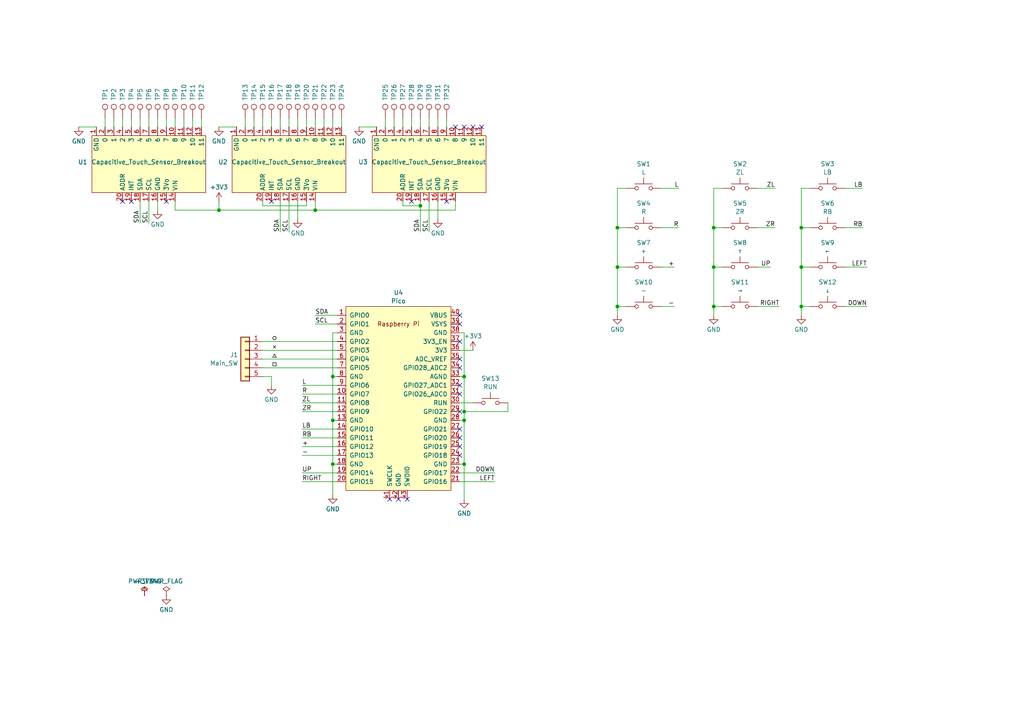
<source format=kicad_sch>
(kicad_sch (version 20230121) (generator eeschema)
  (paper "A4")
  (lib_symbols
    (symbol "Adafruit_12-Key_Capacitive_Touch_Sensor_Breakout_1"
      (property "Reference" "U" (at -1.27 8.89 0))
      (property "Value" "Adafruit_12-Key_Capacitive_Touch_Sensor_Breakout" (at 16.51 27.94 0))
      (symbol "Adafruit_12-Key_Capacitive_Touch_Sensor_Breakout_1_0_1"
        (rectangle (start 0 16.51) (end 33.02 0) (stroke (width 0.1524)) (fill (type background)))
      )
      (symbol "Adafruit_12-Key_Capacitive_Touch_Sensor_Breakout_1_1_1"
        (pin power_in line (at 31.75 19.05 270) (length 2.54) (name "GND") (number "1"))
        (pin input line (at 8.89 19.05 270) (length 2.54) (name "8") (number "10"))
        (pin input line (at 6.35 19.05 270) (length 2.54) (name "9") (number "11"))
        (pin input line (at 3.81 19.05 270) (length 2.54) (name "10") (number "12"))
        (pin input line (at 1.27 19.05 270) (length 2.54) (name "11") (number "13"))
        (pin power_in line (at 8.89 -2.54 90) (length 2.54) (name "VIN") (number "14"))
        (pin power_out line (at 11.43 -2.54 90) (length 2.54) (name "3Vo") (number "15"))
        (pin power_in line (at 13.97 -2.54 90) (length 2.54) (name "GND") (number "16"))
        (pin input line (at 16.51 -2.54 90) (length 2.54) (name "SCL") (number "17"))
        (pin input line (at 19.05 -2.54 90) (length 2.54) (name "SDA") (number "18"))
        (pin input line (at 21.59 -2.54 90) (length 2.54) (name "INT") (number "19"))
        (pin input line (at 29.21 19.05 270) (length 2.54) (name "0") (number "2"))
        (pin input line (at 24.13 -2.54 90) (length 2.54) (name "ADDR") (number "20"))
        (pin input line (at 26.67 19.05 270) (length 2.54) (name "1") (number "3"))
        (pin input line (at 24.13 19.05 270) (length 2.54) (name "2") (number "4"))
        (pin input line (at 21.59 19.05 270) (length 2.54) (name "3") (number "5"))
        (pin input line (at 19.05 19.05 270) (length 2.54) (name "4") (number "6"))
        (pin input line (at 16.51 19.05 270) (length 2.54) (name "5") (number "7"))
        (pin input line (at 13.97 19.05 270) (length 2.54) (name "6") (number "8"))
        (pin input line (at 11.43 19.05 270) (length 2.54) (name "7") (number "9"))
      )
    )
    (symbol "Adafruit_12-Key_Capacitive_Touch_Sensor_Breakout_2"
      (property "Reference" "U" (at -1.27 8.89 0))
      (property "Value" "Adafruit_12-Key_Capacitive_Touch_Sensor_Breakout" (at 16.51 27.94 0))
      (symbol "Adafruit_12-Key_Capacitive_Touch_Sensor_Breakout_2_0_1"
        (rectangle (start 0 16.51) (end 33.02 0) (stroke (width 0.1524)) (fill (type background)))
      )
      (symbol "Adafruit_12-Key_Capacitive_Touch_Sensor_Breakout_2_1_1"
        (pin power_in line (at 31.75 19.05 270) (length 2.54) (name "GND") (number "1"))
        (pin input line (at 8.89 19.05 270) (length 2.54) (name "8") (number "10"))
        (pin input line (at 6.35 19.05 270) (length 2.54) (name "9") (number "11"))
        (pin input line (at 3.81 19.05 270) (length 2.54) (name "10") (number "12"))
        (pin input line (at 1.27 19.05 270) (length 2.54) (name "11") (number "13"))
        (pin power_in line (at 8.89 -2.54 90) (length 2.54) (name "VIN") (number "14"))
        (pin power_out line (at 11.43 -2.54 90) (length 2.54) (name "3Vo") (number "15"))
        (pin power_in line (at 13.97 -2.54 90) (length 2.54) (name "GND") (number "16"))
        (pin input line (at 16.51 -2.54 90) (length 2.54) (name "SCL") (number "17"))
        (pin input line (at 19.05 -2.54 90) (length 2.54) (name "SDA") (number "18"))
        (pin input line (at 21.59 -2.54 90) (length 2.54) (name "INT") (number "19"))
        (pin input line (at 29.21 19.05 270) (length 2.54) (name "0") (number "2"))
        (pin input line (at 24.13 -2.54 90) (length 2.54) (name "ADDR") (number "20"))
        (pin input line (at 26.67 19.05 270) (length 2.54) (name "1") (number "3"))
        (pin input line (at 24.13 19.05 270) (length 2.54) (name "2") (number "4"))
        (pin input line (at 21.59 19.05 270) (length 2.54) (name "3") (number "5"))
        (pin input line (at 19.05 19.05 270) (length 2.54) (name "4") (number "6"))
        (pin input line (at 16.51 19.05 270) (length 2.54) (name "5") (number "7"))
        (pin input line (at 13.97 19.05 270) (length 2.54) (name "6") (number "8"))
        (pin input line (at 11.43 19.05 270) (length 2.54) (name "7") (number "9"))
      )
    )
    (symbol "Connector:TestPoint" (pin_numbers hide) (pin_names (offset 0.762) hide)
      (property "Reference" "TP" (at 0 6.858 0))
      (property "Value" "TestPoint" (at 0 5.08 0))
      (symbol "TestPoint_0_1"
        (circle (center 0 3.302) (radius 0.762))
      )
      (symbol "TestPoint_1_1"
        (pin passive line (at 0 0 90) (length 2.54) (name "1") (number "1"))
      )
    )
    (symbol "Connector_Generic:Conn_01x05" (pin_names (offset 1.016) hide)
      (property "Reference" "J" (at 0 7.62 0))
      (property "Value" "Conn_01x05" (at 0 -7.62 0))
      (symbol "Conn_01x05_1_1"
        (rectangle (start -1.27 -4.953) (end 0 -5.207) (stroke (width 0.1524)))
        (rectangle (start -1.27 -2.413) (end 0 -2.667) (stroke (width 0.1524)))
        (rectangle (start -1.27 0.127) (end 0 -0.127) (stroke (width 0.1524)))
        (rectangle (start -1.27 2.667) (end 0 2.413) (stroke (width 0.1524)))
        (rectangle (start -1.27 5.207) (end 0 4.953) (stroke (width 0.1524)))
        (rectangle (start -1.27 6.35) (end 1.27 -6.35) (stroke (width 0.254)) (fill (type background)))
        (pin passive line (at -5.08 5.08 0) (length 3.81) (name "Pin_1") (number "1"))
        (pin passive line (at -5.08 2.54 0) (length 3.81) (name "Pin_2") (number "2"))
        (pin passive line (at -5.08 0 0) (length 3.81) (name "Pin_3") (number "3"))
        (pin passive line (at -5.08 -2.54 0) (length 3.81) (name "Pin_4") (number "4"))
        (pin passive line (at -5.08 -5.08 0) (length 3.81) (name "Pin_5") (number "5"))
      )
    )
    (symbol "RPi_Pico:Pico" (pin_names (offset 1.016))
      (property "Reference" "U" (at -13.97 27.94 0))
      (property "Value" "Pico" (at 0 19.05 0))
      (symbol "Pico_0_0"
        (text "Raspberry Pi" (at 0 21.59 0) (effects (font (size 1.27 1.27))))
      )
      (symbol "Pico_0_1"
        (rectangle (start -15.24 26.67) (end 15.24 -26.67) (fill (type background)))
      )
      (symbol "Pico_1_1"
        (pin bidirectional line (at -17.78 24.13 0) (length 2.54) (name "GPIO0") (number "1"))
        (pin bidirectional line (at -17.78 1.27 0) (length 2.54) (name "GPIO7") (number "10"))
        (pin bidirectional line (at -17.78 -1.27 0) (length 2.54) (name "GPIO8") (number "11"))
        (pin bidirectional line (at -17.78 -3.81 0) (length 2.54) (name "GPIO9") (number "12"))
        (pin power_in line (at -17.78 -6.35 0) (length 2.54) (name "GND") (number "13"))
        (pin bidirectional line (at -17.78 -8.89 0) (length 2.54) (name "GPIO10") (number "14"))
        (pin bidirectional line (at -17.78 -11.43 0) (length 2.54) (name "GPIO11") (number "15"))
        (pin bidirectional line (at -17.78 -13.97 0) (length 2.54) (name "GPIO12") (number "16"))
        (pin bidirectional line (at -17.78 -16.51 0) (length 2.54) (name "GPIO13") (number "17"))
        (pin power_in line (at -17.78 -19.05 0) (length 2.54) (name "GND") (number "18"))
        (pin bidirectional line (at -17.78 -21.59 0) (length 2.54) (name "GPIO14") (number "19"))
        (pin bidirectional line (at -17.78 21.59 0) (length 2.54) (name "GPIO1") (number "2"))
        (pin bidirectional line (at -17.78 -24.13 0) (length 2.54) (name "GPIO15") (number "20"))
        (pin bidirectional line (at 17.78 -24.13 180) (length 2.54) (name "GPIO16") (number "21"))
        (pin bidirectional line (at 17.78 -21.59 180) (length 2.54) (name "GPIO17") (number "22"))
        (pin power_in line (at 17.78 -19.05 180) (length 2.54) (name "GND") (number "23"))
        (pin bidirectional line (at 17.78 -16.51 180) (length 2.54) (name "GPIO18") (number "24"))
        (pin bidirectional line (at 17.78 -13.97 180) (length 2.54) (name "GPIO19") (number "25"))
        (pin bidirectional line (at 17.78 -11.43 180) (length 2.54) (name "GPIO20") (number "26"))
        (pin bidirectional line (at 17.78 -8.89 180) (length 2.54) (name "GPIO21") (number "27"))
        (pin power_in line (at 17.78 -6.35 180) (length 2.54) (name "GND") (number "28"))
        (pin bidirectional line (at 17.78 -3.81 180) (length 2.54) (name "GPIO22") (number "29"))
        (pin power_in line (at -17.78 19.05 0) (length 2.54) (name "GND") (number "3"))
        (pin input line (at 17.78 -1.27 180) (length 2.54) (name "RUN") (number "30"))
        (pin bidirectional line (at 17.78 1.27 180) (length 2.54) (name "GPIO26_ADC0") (number "31"))
        (pin bidirectional line (at 17.78 3.81 180) (length 2.54) (name "GPIO27_ADC1") (number "32"))
        (pin power_in line (at 17.78 6.35 180) (length 2.54) (name "AGND") (number "33"))
        (pin bidirectional line (at 17.78 8.89 180) (length 2.54) (name "GPIO28_ADC2") (number "34"))
        (pin unspecified line (at 17.78 11.43 180) (length 2.54) (name "ADC_VREF") (number "35"))
        (pin unspecified line (at 17.78 13.97 180) (length 2.54) (name "3V3") (number "36"))
        (pin input line (at 17.78 16.51 180) (length 2.54) (name "3V3_EN") (number "37"))
        (pin bidirectional line (at 17.78 19.05 180) (length 2.54) (name "GND") (number "38"))
        (pin unspecified line (at 17.78 21.59 180) (length 2.54) (name "VSYS") (number "39"))
        (pin bidirectional line (at -17.78 16.51 0) (length 2.54) (name "GPIO2") (number "4"))
        (pin unspecified line (at 17.78 24.13 180) (length 2.54) (name "VBUS") (number "40"))
        (pin input line (at -2.54 -29.21 90) (length 2.54) (name "SWCLK") (number "41"))
        (pin power_in line (at 0 -29.21 90) (length 2.54) (name "GND") (number "42"))
        (pin bidirectional line (at 2.54 -29.21 90) (length 2.54) (name "SWDIO") (number "43"))
        (pin bidirectional line (at -17.78 13.97 0) (length 2.54) (name "GPIO3") (number "5"))
        (pin bidirectional line (at -17.78 11.43 0) (length 2.54) (name "GPIO4") (number "6"))
        (pin bidirectional line (at -17.78 8.89 0) (length 2.54) (name "GPIO5") (number "7"))
        (pin power_in line (at -17.78 6.35 0) (length 2.54) (name "GND") (number "8"))
        (pin bidirectional line (at -17.78 3.81 0) (length 2.54) (name "GPIO6") (number "9"))
      )
    )
    (symbol "Switch:SW_Push" (pin_numbers hide) (pin_names (offset 1.016) hide)
      (property "Reference" "SW" (at 1.27 2.54 0))
      (property "Value" "SW_Push" (at 0 -1.524 0))
      (symbol "SW_Push_0_1"
        (circle (center -2.032 0) (radius 0.508))
        (polyline (pts (xy 0 1.27) (xy 0 3.048)))
        (polyline (pts (xy 2.54 1.27) (xy -2.54 1.27)))
        (circle (center 2.032 0) (radius 0.508))
        (pin passive line (at -5.08 0 0) (length 2.54) (name "1") (number "1"))
        (pin passive line (at 5.08 0 180) (length 2.54) (name "2") (number "2"))
      )
    )
    (symbol "power:+3V3" (power) (pin_names (offset 0))
      (property "Value" "+3V3" (at 0 3.556 0))
      (symbol "+3V3_0_1"
        (polyline (pts (xy -0.762 1.27) (xy 0 2.54)))
        (polyline (pts (xy 0 0) (xy 0 2.54)))
        (polyline (pts (xy 0 2.54) (xy 0.762 1.27)))
      )
      (symbol "+3V3_1_1"
        (pin power_in line (at 0 0 90) (length 0) hide (name "+3V3") (number "1"))
      )
    )
    (symbol "power:GND" (power) (pin_names (offset 0))
      (property "Value" "GND" (at 0 -3.81 0))
      (symbol "GND_0_1"
        (polyline (pts (xy 0 0) (xy 0 -1.27) (xy 1.27 -1.27) (xy 0 -2.54) (xy -1.27 -1.27) (xy 0 -1.27)))
      )
      (symbol "GND_1_1"
        (pin power_in line (at 0 0 270) (length 0) hide (name "GND") (number "1"))
      )
    )
    (symbol "power:PWR_FLAG" (power) (pin_numbers hide) (pin_names (offset 0) hide)
      (property "Value" "PWR_FLAG" (at 0 3.81 0))
      (symbol "PWR_FLAG_0_0"
        (pin power_out line (at 0 0 90) (length 0) (name "pwr") (number "1"))
      )
      (symbol "PWR_FLAG_0_1"
        (polyline (pts (xy 0 0) (xy 0 1.27) (xy -1.016 1.905) (xy 0 2.54) (xy 1.016 1.905) (xy 0 1.27)))
      )
    )
    (symbol "shigobuLibrary6:Adafruit_12-Key_Capacitive_Touch_Sensor_Breakout"
      (property "Reference" "U" (at -1.27 8.89 0))
      (property "Value" "Adafruit_12-Key_Capacitive_Touch_Sensor_Breakout" (at 16.51 27.94 0))
      (symbol "Adafruit_12-Key_Capacitive_Touch_Sensor_Breakout_0_1"
        (rectangle (start 0 16.51) (end 33.02 0) (stroke (width 0.1524)) (fill (type background)))
      )
      (symbol "Adafruit_12-Key_Capacitive_Touch_Sensor_Breakout_1_1"
        (pin power_in line (at 31.75 19.05 270) (length 2.54) (name "GND") (number "1"))
        (pin input line (at 8.89 19.05 270) (length 2.54) (name "8") (number "10"))
        (pin input line (at 6.35 19.05 270) (length 2.54) (name "9") (number "11"))
        (pin input line (at 3.81 19.05 270) (length 2.54) (name "10") (number "12"))
        (pin input line (at 1.27 19.05 270) (length 2.54) (name "11") (number "13"))
        (pin power_in line (at 8.89 -2.54 90) (length 2.54) (name "VIN") (number "14"))
        (pin power_out line (at 11.43 -2.54 90) (length 2.54) (name "3Vo") (number "15"))
        (pin power_in line (at 13.97 -2.54 90) (length 2.54) (name "GND") (number "16"))
        (pin input line (at 16.51 -2.54 90) (length 2.54) (name "SCL") (number "17"))
        (pin input line (at 19.05 -2.54 90) (length 2.54) (name "SDA") (number "18"))
        (pin input line (at 21.59 -2.54 90) (length 2.54) (name "INT") (number "19"))
        (pin input line (at 29.21 19.05 270) (length 2.54) (name "0") (number "2"))
        (pin input line (at 24.13 -2.54 90) (length 2.54) (name "ADDR") (number "20"))
        (pin input line (at 26.67 19.05 270) (length 2.54) (name "1") (number "3"))
        (pin input line (at 24.13 19.05 270) (length 2.54) (name "2") (number "4"))
        (pin input line (at 21.59 19.05 270) (length 2.54) (name "3") (number "5"))
        (pin input line (at 19.05 19.05 270) (length 2.54) (name "4") (number "6"))
        (pin input line (at 16.51 19.05 270) (length 2.54) (name "5") (number "7"))
        (pin input line (at 13.97 19.05 270) (length 2.54) (name "6") (number "8"))
        (pin input line (at 11.43 19.05 270) (length 2.54) (name "7") (number "9"))
      )
    )
  )
  (junction (at 232.41 66.04))
  (junction (at 179.07 77.47))
  (junction (at 134.62 134.62))
  (junction (at 232.41 88.9))
  (junction (at 134.62 121.92))
  (junction (at 134.62 119.38))
  (junction (at 207.01 88.9))
  (junction (at 179.07 88.9))
  (junction (at 96.52 121.92))
  (junction (at 232.41 77.47))
  (junction (at 63.5 60.96))
  (junction (at 96.52 109.22))
  (junction (at 91.44 60.96))
  (junction (at 179.07 66.04))
  (junction (at 96.52 134.62))
  (junction (at 207.01 66.04))
  (junction (at 134.62 109.22))
  (junction (at 207.01 77.47))
  (junction (at 121.92 59.69))
  (no_connect (at 133.35 93.98))
  (no_connect (at 133.35 99.06))
  (no_connect (at 129.54 58.42))
  (no_connect (at 115.57 144.78))
  (no_connect (at 133.35 114.3))
  (no_connect (at 35.56 58.42))
  (no_connect (at 118.11 144.78))
  (no_connect (at 133.35 111.76))
  (no_connect (at 78.74 58.42))
  (no_connect (at 132.08 36.83))
  (no_connect (at 38.1 58.42))
  (no_connect (at 48.26 58.42))
  (no_connect (at 139.7 36.83))
  (no_connect (at 133.35 132.08))
  (no_connect (at 133.35 119.38))
  (no_connect (at 119.38 58.42))
  (no_connect (at 133.35 129.54))
  (no_connect (at 133.35 124.46))
  (no_connect (at 137.16 36.83))
  (no_connect (at 133.35 106.68))
  (no_connect (at 133.35 127))
  (no_connect (at 133.35 104.14))
  (no_connect (at 133.35 91.44))
  (no_connect (at 113.03 144.78))
  (no_connect (at 134.62 36.83))
  (wire (pts (xy 195.58 77.47) (xy 191.77 77.47)))
  (wire (pts (xy 196.85 66.04) (xy 191.77 66.04)))
  (wire (pts (xy 83.82 58.42) (xy 83.82 67.31)))
  (wire (pts (xy 224.79 54.61) (xy 219.71 54.61)))
  (wire (pts (xy 87.63 137.16) (xy 97.79 137.16)))
  (wire (pts (xy 76.2 104.14) (xy 97.79 104.14)))
  (wire (pts (xy 134.62 109.22) (xy 134.62 119.38)))
  (wire (pts (xy 223.52 77.47) (xy 219.71 77.47)))
  (wire (pts (xy 121.92 59.69) (xy 121.92 58.42)))
  (wire (pts (xy 179.07 66.04) (xy 179.07 54.61)))
  (wire (pts (xy 121.92 34.29) (xy 121.92 36.83)))
  (wire (pts (xy 179.07 54.61) (xy 181.61 54.61)))
  (wire (pts (xy 114.3 34.29) (xy 114.3 36.83)))
  (wire (pts (xy 87.63 124.46) (xy 97.79 124.46)))
  (wire (pts (xy 207.01 54.61) (xy 209.55 54.61)))
  (wire (pts (xy 87.63 127) (xy 97.79 127)))
  (wire (pts (xy 232.41 54.61) (xy 234.95 54.61)))
  (wire (pts (xy 91.44 60.96) (xy 132.08 60.96)))
  (wire (pts (xy 195.58 88.9) (xy 191.77 88.9)))
  (wire (pts (xy 232.41 77.47) (xy 234.95 77.47)))
  (wire (pts (xy 134.62 121.92) (xy 134.62 134.62)))
  (wire (pts (xy 207.01 77.47) (xy 209.55 77.47)))
  (wire (pts (xy 86.36 34.29) (xy 86.36 36.83)))
  (wire (pts (xy 81.28 34.29) (xy 81.28 36.83)))
  (wire (pts (xy 40.64 64.77) (xy 40.64 58.42)))
  (wire (pts (xy 76.2 101.6) (xy 97.79 101.6)))
  (wire (pts (xy 179.07 77.47) (xy 181.61 77.47)))
  (wire (pts (xy 232.41 66.04) (xy 234.95 66.04)))
  (wire (pts (xy 96.52 109.22) (xy 97.79 109.22)))
  (wire (pts (xy 224.79 66.04) (xy 219.71 66.04)))
  (wire (pts (xy 226.06 88.9) (xy 219.71 88.9)))
  (wire (pts (xy 124.46 34.29) (xy 124.46 36.83)))
  (wire (pts (xy 196.85 54.61) (xy 191.77 54.61)))
  (wire (pts (xy 207.01 66.04) (xy 209.55 66.04)))
  (wire (pts (xy 35.56 36.83) (xy 35.56 34.29)))
  (wire (pts (xy 96.52 96.52) (xy 97.79 96.52)))
  (wire (pts (xy 250.19 66.04) (xy 245.11 66.04)))
  (wire (pts (xy 63.5 60.96) (xy 91.44 60.96)))
  (wire (pts (xy 147.32 116.84) (xy 147.32 119.38)))
  (wire (pts (xy 207.01 88.9) (xy 209.55 88.9)))
  (wire (pts (xy 45.72 60.96) (xy 45.72 58.42)))
  (wire (pts (xy 43.18 64.77) (xy 43.18 58.42)))
  (wire (pts (xy 119.38 34.29) (xy 119.38 36.83)))
  (wire (pts (xy 63.5 36.83) (xy 68.58 36.83)))
  (wire (pts (xy 88.9 59.69) (xy 88.9 58.42)))
  (wire (pts (xy 116.84 59.69) (xy 121.92 59.69)))
  (wire (pts (xy 38.1 36.83) (xy 38.1 34.29)))
  (wire (pts (xy 58.42 36.83) (xy 58.42 34.29)))
  (wire (pts (xy 127 34.29) (xy 127 36.83)))
  (wire (pts (xy 45.72 36.83) (xy 45.72 34.29)))
  (wire (pts (xy 207.01 88.9) (xy 207.01 77.47)))
  (wire (pts (xy 88.9 34.29) (xy 88.9 36.83)))
  (wire (pts (xy 132.08 60.96) (xy 132.08 58.42)))
  (wire (pts (xy 96.52 34.29) (xy 96.52 36.83)))
  (wire (pts (xy 87.63 111.76) (xy 97.79 111.76)))
  (wire (pts (xy 116.84 58.42) (xy 116.84 59.69)))
  (wire (pts (xy 91.44 91.44) (xy 97.79 91.44)))
  (wire (pts (xy 207.01 91.44) (xy 207.01 88.9)))
  (wire (pts (xy 43.18 36.83) (xy 43.18 34.29)))
  (wire (pts (xy 71.12 34.29) (xy 71.12 36.83)))
  (wire (pts (xy 76.2 106.68) (xy 97.79 106.68)))
  (wire (pts (xy 133.35 116.84) (xy 137.16 116.84)))
  (wire (pts (xy 179.07 66.04) (xy 181.61 66.04)))
  (wire (pts (xy 133.35 96.52) (xy 134.62 96.52)))
  (wire (pts (xy 22.86 36.83) (xy 27.94 36.83)))
  (wire (pts (xy 121.92 59.69) (xy 121.92 67.31)))
  (wire (pts (xy 87.63 116.84) (xy 97.79 116.84)))
  (wire (pts (xy 76.2 59.69) (xy 88.9 59.69)))
  (wire (pts (xy 116.84 34.29) (xy 116.84 36.83)))
  (wire (pts (xy 48.26 36.83) (xy 48.26 34.29)))
  (wire (pts (xy 251.46 88.9) (xy 245.11 88.9)))
  (wire (pts (xy 96.52 134.62) (xy 96.52 121.92)))
  (wire (pts (xy 30.48 36.83) (xy 30.48 34.29)))
  (wire (pts (xy 129.54 34.29) (xy 129.54 36.83)))
  (wire (pts (xy 133.35 101.6) (xy 137.16 101.6)))
  (wire (pts (xy 53.34 36.83) (xy 53.34 34.29)))
  (wire (pts (xy 207.01 66.04) (xy 207.01 54.61)))
  (wire (pts (xy 96.52 109.22) (xy 96.52 96.52)))
  (wire (pts (xy 232.41 88.9) (xy 232.41 77.47)))
  (wire (pts (xy 143.51 137.16) (xy 133.35 137.16)))
  (wire (pts (xy 179.07 88.9) (xy 181.61 88.9)))
  (wire (pts (xy 179.07 66.04) (xy 179.07 77.47)))
  (wire (pts (xy 251.46 77.47) (xy 245.11 77.47)))
  (wire (pts (xy 133.35 109.22) (xy 134.62 109.22)))
  (wire (pts (xy 147.32 119.38) (xy 134.62 119.38)))
  (wire (pts (xy 63.5 58.42) (xy 63.5 60.96)))
  (wire (pts (xy 81.28 58.42) (xy 81.28 67.31)))
  (wire (pts (xy 96.52 121.92) (xy 96.52 109.22)))
  (wire (pts (xy 232.41 91.44) (xy 232.41 88.9)))
  (wire (pts (xy 55.88 36.83) (xy 55.88 34.29)))
  (wire (pts (xy 91.44 93.98) (xy 97.79 93.98)))
  (wire (pts (xy 133.35 121.92) (xy 134.62 121.92)))
  (wire (pts (xy 143.51 139.7) (xy 133.35 139.7)))
  (wire (pts (xy 91.44 58.42) (xy 91.44 60.96)))
  (wire (pts (xy 96.52 134.62) (xy 97.79 134.62)))
  (wire (pts (xy 179.07 88.9) (xy 179.07 77.47)))
  (wire (pts (xy 87.63 129.54) (xy 97.79 129.54)))
  (wire (pts (xy 76.2 34.29) (xy 76.2 36.83)))
  (wire (pts (xy 134.62 119.38) (xy 134.62 121.92)))
  (wire (pts (xy 87.63 119.38) (xy 97.79 119.38)))
  (wire (pts (xy 134.62 96.52) (xy 134.62 109.22)))
  (wire (pts (xy 50.8 60.96) (xy 63.5 60.96)))
  (wire (pts (xy 124.46 58.42) (xy 124.46 67.31)))
  (wire (pts (xy 87.63 139.7) (xy 97.79 139.7)))
  (wire (pts (xy 104.14 36.83) (xy 109.22 36.83)))
  (wire (pts (xy 91.44 34.29) (xy 91.44 36.83)))
  (wire (pts (xy 232.41 66.04) (xy 232.41 77.47)))
  (wire (pts (xy 76.2 99.06) (xy 97.79 99.06)))
  (wire (pts (xy 76.2 109.22) (xy 78.74 109.22)))
  (wire (pts (xy 99.06 34.29) (xy 99.06 36.83)))
  (wire (pts (xy 232.41 66.04) (xy 232.41 54.61)))
  (wire (pts (xy 134.62 134.62) (xy 133.35 134.62)))
  (wire (pts (xy 78.74 34.29) (xy 78.74 36.83)))
  (wire (pts (xy 250.19 54.61) (xy 245.11 54.61)))
  (wire (pts (xy 207.01 66.04) (xy 207.01 77.47)))
  (wire (pts (xy 76.2 58.42) (xy 76.2 59.69)))
  (wire (pts (xy 86.36 58.42) (xy 86.36 63.5)))
  (wire (pts (xy 111.76 34.29) (xy 111.76 36.83)))
  (wire (pts (xy 87.63 114.3) (xy 97.79 114.3)))
  (wire (pts (xy 73.66 34.29) (xy 73.66 36.83)))
  (wire (pts (xy 33.02 36.83) (xy 33.02 34.29)))
  (wire (pts (xy 179.07 91.44) (xy 179.07 88.9)))
  (wire (pts (xy 40.64 36.83) (xy 40.64 34.29)))
  (wire (pts (xy 134.62 144.78) (xy 134.62 134.62)))
  (wire (pts (xy 50.8 58.42) (xy 50.8 60.96)))
  (wire (pts (xy 232.41 88.9) (xy 234.95 88.9)))
  (wire (pts (xy 83.82 34.29) (xy 83.82 36.83)))
  (wire (pts (xy 50.8 36.83) (xy 50.8 34.29)))
  (wire (pts (xy 96.52 134.62) (xy 96.52 143.51)))
  (wire (pts (xy 78.74 109.22) (xy 78.74 111.76)))
  (wire (pts (xy 127 58.42) (xy 127 63.5)))
  (wire (pts (xy 93.98 34.29) (xy 93.98 36.83)))
  (wire (pts (xy 96.52 121.92) (xy 97.79 121.92)))
  (wire (pts (xy 87.63 132.08) (xy 97.79 132.08)))
  (label "LEFT" (at 251.46 77.47 180))
  (label "SDA" (at 81.28 67.31 90))
  (label "SCL" (at 91.44 93.98 0))
  (label "×" (at 78.74 101.6 0))
  (label "LEFT" (at 143.51 139.7 180))
  (label "ZL" (at 87.63 116.84 0))
  (label "ZR" (at 87.63 119.38 0))
  (label "R" (at 87.63 114.3 0))
  (label "LB" (at 250.19 54.61 180))
  (label "SCL" (at 43.18 64.77 90))
  (label "ZL" (at 224.79 54.61 180))
  (label "LB" (at 87.63 124.46 0))
  (label "SDA" (at 40.64 64.77 90))
  (label "-" (at 87.63 132.08 0))
  (label "ZR" (at 224.79 66.04 180))
  (label "UP" (at 223.52 77.47 180))
  (label "SDA" (at 91.44 91.44 0))
  (label "□" (at 78.74 106.68 0))
  (label "SCL" (at 83.82 67.31 90))
  (label "-" (at 195.58 88.9 180))
  (label "L" (at 87.63 111.76 0))
  (label "○" (at 78.74 99.06 0))
  (label "SCL" (at 124.46 67.31 90))
  (label "RIGHT" (at 87.63 139.7 0))
  (label "UP" (at 87.63 137.16 0))
  (label "SDA" (at 121.92 67.31 90))
  (label "RIGHT" (at 226.06 88.9 180))
  (label "+" (at 87.63 129.54 0))
  (label "R" (at 196.85 66.04 180))
  (label "RB" (at 87.63 127 0))
  (label "RB" (at 250.19 66.04 180))
  (label "+" (at 195.58 77.47 180))
  (label "L" (at 196.85 54.61 180))
  (label "DOWN" (at 143.51 137.16 180))
  (label "DOWN" (at 251.46 88.9 180))
  (label "△" (at 78.74 104.14 0))
  (symbol (lib_id "Switch:SW_Push") (at 214.63 54.61 0) (unit 1)
    (property "Reference" "SW2" (at 214.63 47.5447 0))
    (property "Value" "ZL" (at 214.63 49.9689 0))
    (property "Footprint" "Button_Switch_THT:SW_PUSH_6mm" (effects hide))
  )
  (symbol (lib_id "Switch:SW_Push") (at 240.03 66.04 0) (unit 1)
    (property "Reference" "SW6" (at 240.03 58.9747 0))
    (property "Value" "RB" (at 240.03 61.3989 0))
    (property "Footprint" "Button_Switch_THT:SW_PUSH_6mm" (effects hide))
  )
  (symbol (lib_id "power:+3V3") (at 41.91 172.72 0) (unit 1)
    (property "Reference" "#PWR08" (effects hide))
    (property "Value" "+3V3" (at 41.91 168.5869 0))
  )
  (symbol (lib_id "power:GND") (at 96.52 143.51 0) (unit 1)
    (property "Reference" "#PWR016" (effects hide))
    (property "Value" "GND" (at 96.52 147.6431 0))
  )
  (symbol (lib_id "Switch:SW_Push") (at 214.63 77.47 0) (unit 1)
    (property "Reference" "SW8" (at 214.63 70.4047 0))
    (property "Value" "↑" (at 214.63 72.8289 0))
    (property "Footprint" "Button_Switch_THT:SW_PUSH_6mm" (effects hide))
  )
  (symbol (lib_id "Connector:TestPoint") (at 73.66 34.29 0) (unit 1)
    (property "Reference" "TP14" (at 73.66 29.21 90) (effects (justify left)))
    (property "Value" "TestPoint" (effects hide))
    (property "Footprint" "shigobuFootPrint:TouchBar" (effects hide))
  )
  (symbol (lib_id "power:GND") (at 45.72 60.96 0) (unit 1)
    (property "Reference" "#PWR05" (effects hide))
    (property "Value" "GND" (at 45.72 65.0931 0))
  )
  (symbol (lib_id "Switch:SW_Push") (at 214.63 88.9 0) (unit 1)
    (property "Reference" "SW11" (at 214.63 81.8347 0))
    (property "Value" "→" (at 214.63 84.2589 0))
    (property "Footprint" "Button_Switch_THT:SW_PUSH_6mm" (effects hide))
  )
  (symbol (lib_name "Adafruit_12-Key_Capacitive_Touch_Sensor_Breakout_2") (lib_id "shigobuLibrary6:Adafruit_12-Key_Capacitive_Touch_Sensor_Breakout") (at 140.97 55.88 0) (mirror y) (unit 1)
    (property "Reference" "U3" (at 106.68 46.99 0) (effects (justify left)))
    (property "Value" "Capacitive_Touch_Sensor_Breakout" (at 140.97 46.99 0) (effects (justify left)))
    (property "Footprint" "shigobuFootPrint:Capacitive_Touch_Sensor_Breakout" (effects hide))
  )
  (symbol (lib_id "Connector:TestPoint") (at 71.12 34.29 0) (mirror y) (unit 1)
    (property "Reference" "TP13" (at 71.12 29.21 90) (effects (justify left)))
    (property "Value" "TestPoint" (effects hide))
    (property "Footprint" "shigobuFootPrint:TouchBar" (effects hide))
  )
  (symbol (lib_id "Switch:SW_Push") (at 186.69 54.61 0) (unit 1)
    (property "Reference" "SW1" (at 186.69 47.5447 0))
    (property "Value" "L" (at 186.69 49.9689 0))
    (property "Footprint" "Button_Switch_THT:SW_PUSH_6mm" (effects hide))
  )
  (symbol (lib_id "Connector:TestPoint") (at 43.18 34.29 0) (unit 1)
    (property "Reference" "TP6" (at 43.18 29.21 90) (effects (justify left)))
    (property "Value" "TestPoint" (effects hide))
    (property "Footprint" "shigobuFootPrint:TouchBar" (effects hide))
  )
  (symbol (lib_id "power:GND") (at 78.74 111.76 0) (unit 1)
    (property "Reference" "#PWR015" (effects hide))
    (property "Value" "GND" (at 78.74 115.8931 0))
  )
  (symbol (lib_id "Switch:SW_Push") (at 214.63 66.04 0) (unit 1)
    (property "Reference" "SW5" (at 214.63 58.9747 0))
    (property "Value" "ZR" (at 214.63 61.3989 0))
    (property "Footprint" "Button_Switch_THT:SW_PUSH_6mm" (effects hide))
  )
  (symbol (lib_id "Connector:TestPoint") (at 127 34.29 0) (mirror y) (unit 1)
    (property "Reference" "TP31" (at 127 29.21 90) (effects (justify left)))
    (property "Value" "TestPoint" (effects hide))
    (property "Footprint" "shigobuFootPrint:TouchBar" (effects hide))
  )
  (symbol (lib_id "Connector:TestPoint") (at 35.56 34.29 0) (mirror y) (unit 1)
    (property "Reference" "TP3" (at 35.56 29.21 90) (effects (justify left)))
    (property "Value" "TestPoint" (effects hide))
    (property "Footprint" "shigobuFootPrint:TouchBar" (effects hide))
  )
  (symbol (lib_id "Connector:TestPoint") (at 93.98 34.29 0) (unit 1)
    (property "Reference" "TP22" (at 93.98 29.21 90) (effects (justify left)))
    (property "Value" "TestPoint" (effects hide))
    (property "Footprint" "shigobuFootPrint:TouchBar" (effects hide))
  )
  (symbol (lib_id "Connector:TestPoint") (at 116.84 34.29 0) (mirror y) (unit 1)
    (property "Reference" "TP27" (at 116.84 29.21 90) (effects (justify left)))
    (property "Value" "TestPoint" (effects hide))
    (property "Footprint" "shigobuFootPrint:TouchBar" (effects hide))
  )
  (symbol (lib_id "power:+3V3") (at 63.5 58.42 0) (unit 1)
    (property "Reference" "#PWR04" (effects hide))
    (property "Value" "+3V3" (at 63.5 54.2869 0))
  )
  (symbol (lib_id "power:GND") (at 127 63.5 0) (unit 1)
    (property "Reference" "#PWR07" (effects hide))
    (property "Value" "GND" (at 127 67.6331 0))
  )
  (symbol (lib_id "Connector:TestPoint") (at 129.54 34.29 0) (unit 1)
    (property "Reference" "TP32" (at 129.54 29.21 90) (effects (justify left)))
    (property "Value" "TestPoint" (effects hide))
    (property "Footprint" "shigobuFootPrint:TouchBar" (effects hide))
  )
  (symbol (lib_id "Switch:SW_Push") (at 240.03 88.9 0) (unit 1)
    (property "Reference" "SW12" (at 240.03 81.8347 0))
    (property "Value" "↓" (at 240.03 84.2589 0))
    (property "Footprint" "Button_Switch_THT:SW_PUSH_6mm" (effects hide))
  )
  (symbol (lib_id "Connector:TestPoint") (at 58.42 34.29 0) (unit 1)
    (property "Reference" "TP12" (at 58.42 29.21 90) (effects (justify left)))
    (property "Value" "TestPoint" (effects hide))
    (property "Footprint" "shigobuFootPrint:TouchBar" (effects hide))
  )
  (symbol (lib_id "power:GND") (at 86.36 63.5 0) (unit 1)
    (property "Reference" "#PWR06" (effects hide))
    (property "Value" "GND" (at 86.36 67.6331 0))
  )
  (symbol (lib_id "Connector_Generic:Conn_01x05") (at 71.12 104.14 0) (mirror y) (unit 1)
    (property "Reference" "J1" (at 69.088 102.9279 0) (effects (justify left)))
    (property "Value" "Main_SW" (at 69.088 105.3521 0) (effects (justify left)))
    (property "Footprint" "Connector_JST:JST_XH_B5B-XH-A_1x05_P2.50mm_Vertical" (effects hide))
  )
  (symbol (lib_id "Connector:TestPoint") (at 53.34 34.29 0) (unit 1)
    (property "Reference" "TP10" (at 53.34 29.21 90) (effects (justify left)))
    (property "Value" "TestPoint" (effects hide))
    (property "Footprint" "shigobuFootPrint:TouchBar" (effects hide))
  )
  (symbol (lib_id "Connector:TestPoint") (at 111.76 34.29 0) (mirror y) (unit 1)
    (property "Reference" "TP25" (at 111.76 29.21 90) (effects (justify left)))
    (property "Value" "TestPoint" (effects hide))
    (property "Footprint" "shigobuFootPrint:TouchBar" (effects hide))
  )
  (symbol (lib_id "Switch:SW_Push") (at 142.24 116.84 0) (unit 1)
    (property "Reference" "SW13" (at 142.24 109.7747 0))
    (property "Value" "RUN" (at 142.24 112.1989 0))
    (property "Footprint" "Button_Switch_THT:SW_PUSH_6mm" (effects hide))
  )
  (symbol (lib_id "Connector:TestPoint") (at 121.92 34.29 0) (mirror y) (unit 1)
    (property "Reference" "TP29" (at 121.92 29.21 90) (effects (justify left)))
    (property "Value" "TestPoint" (effects hide))
    (property "Footprint" "shigobuFootPrint:TouchBar" (effects hide))
  )
  (symbol (lib_id "Switch:SW_Push") (at 240.03 54.61 0) (unit 1)
    (property "Reference" "SW3" (at 240.03 47.5447 0))
    (property "Value" "LB" (at 240.03 49.9689 0))
    (property "Footprint" "Button_Switch_THT:SW_PUSH_6mm" (effects hide))
  )
  (symbol (lib_id "Connector:TestPoint") (at 38.1 34.29 0) (mirror y) (unit 1)
    (property "Reference" "TP4" (at 38.1 29.21 90) (effects (justify left)))
    (property "Value" "TestPoint" (effects hide))
    (property "Footprint" "shigobuFootPrint:TouchBar" (effects hide))
  )
  (symbol (lib_id "Switch:SW_Push") (at 186.69 66.04 0) (unit 1)
    (property "Reference" "SW4" (at 186.69 58.9747 0))
    (property "Value" "R" (at 186.69 61.3989 0))
    (property "Footprint" "Button_Switch_THT:SW_PUSH_6mm" (effects hide))
  )
  (symbol (lib_id "Connector:TestPoint") (at 50.8 34.29 0) (mirror y) (unit 1)
    (property "Reference" "TP9" (at 50.8 29.21 90) (effects (justify left)))
    (property "Value" "TestPoint" (effects hide))
    (property "Footprint" "shigobuFootPrint:TouchBar" (effects hide))
  )
  (symbol (lib_id "Connector:TestPoint") (at 33.02 34.29 0) (mirror y) (unit 1)
    (property "Reference" "TP2" (at 33.02 29.21 90) (effects (justify left)))
    (property "Value" "TestPoint" (effects hide))
    (property "Footprint" "shigobuFootPrint:TouchBar" (effects hide))
  )
  (symbol (lib_id "Connector:TestPoint") (at 88.9 34.29 0) (unit 1)
    (property "Reference" "TP20" (at 88.9 29.21 90) (effects (justify left)))
    (property "Value" "TestPoint" (effects hide))
    (property "Footprint" "shigobuFootPrint:TouchBar" (effects hide))
  )
  (symbol (lib_id "Connector:TestPoint") (at 30.48 34.29 0) (mirror y) (unit 1)
    (property "Reference" "TP1" (at 30.48 29.21 90) (effects (justify left)))
    (property "Value" "TestPoint" (effects hide))
    (property "Footprint" "shigobuFootPrint:TouchBar" (effects hide))
  )
  (symbol (lib_id "power:GND") (at 63.5 36.83 0) (unit 1)
    (property "Reference" "#PWR02" (effects hide))
    (property "Value" "GND" (at 63.5 40.9631 0))
  )
  (symbol (lib_name "Adafruit_12-Key_Capacitive_Touch_Sensor_Breakout_1") (lib_id "shigobuLibrary6:Adafruit_12-Key_Capacitive_Touch_Sensor_Breakout") (at 100.33 55.88 0) (mirror y) (unit 1)
    (property "Reference" "U2" (at 66.04 46.99 0) (effects (justify left)))
    (property "Value" "Capacitive_Touch_Sensor_Breakout" (at 100.33 46.99 0) (effects (justify left)))
    (property "Footprint" "shigobuFootPrint:Capacitive_Touch_Sensor_Breakout" (effects hide))
  )
  (symbol (lib_id "power:GND") (at 22.86 36.83 0) (unit 1)
    (property "Reference" "#PWR01" (effects hide))
    (property "Value" "GND" (at 22.86 40.9631 0))
  )
  (symbol (lib_id "Connector:TestPoint") (at 119.38 34.29 0) (unit 1)
    (property "Reference" "TP28" (at 119.38 29.21 90) (effects (justify left)))
    (property "Value" "TestPoint" (effects hide))
    (property "Footprint" "shigobuFootPrint:TouchBar" (effects hide))
  )
  (symbol (lib_id "RPi_Pico:Pico") (at 115.57 115.57 0) (unit 1)
    (property "Reference" "U4" (at 115.57 84.8827 0))
    (property "Value" "Pico" (at 115.57 87.3069 0))
    (property "Footprint" "RPi_Pico:RPi_Pico_SMD_TH" (effects hide))
  )
  (symbol (lib_id "Connector:TestPoint") (at 91.44 34.29 0) (mirror y) (unit 1)
    (property "Reference" "TP21" (at 91.44 29.21 90) (effects (justify left)))
    (property "Value" "TestPoint" (effects hide))
    (property "Footprint" "shigobuFootPrint:TouchBar" (effects hide))
  )
  (symbol (lib_id "Connector:TestPoint") (at 96.52 34.29 0) (mirror y) (unit 1)
    (property "Reference" "TP23" (at 96.52 29.21 90) (effects (justify left)))
    (property "Value" "TestPoint" (effects hide))
    (property "Footprint" "shigobuFootPrint:TouchBar" (effects hide))
  )
  (symbol (lib_id "Switch:SW_Push") (at 240.03 77.47 0) (unit 1)
    (property "Reference" "SW9" (at 240.03 70.4047 0))
    (property "Value" "←" (at 240.03 72.8289 0))
    (property "Footprint" "Button_Switch_THT:SW_PUSH_6mm" (effects hide))
  )
  (symbol (lib_id "shigobuLibrary6:Adafruit_12-Key_Capacitive_Touch_Sensor_Breakout") (at 59.69 55.88 0) (mirror y) (unit 1)
    (property "Reference" "U1" (at 25.4 46.99 0) (effects (justify left)))
    (property "Value" "Capacitive_Touch_Sensor_Breakout" (at 59.69 46.99 0) (effects (justify left)))
    (property "Footprint" "shigobuFootPrint:Capacitive_Touch_Sensor_Breakout" (effects hide))
  )
  (symbol (lib_id "Connector:TestPoint") (at 99.06 34.29 0) (unit 1)
    (property "Reference" "TP24" (at 99.06 29.21 90) (effects (justify left)))
    (property "Value" "TestPoint" (effects hide))
    (property "Footprint" "shigobuFootPrint:TouchBar" (effects hide))
  )
  (symbol (lib_id "Connector:TestPoint") (at 81.28 34.29 0) (mirror y) (unit 1)
    (property "Reference" "TP17" (at 81.28 29.21 90) (effects (justify left)))
    (property "Value" "TestPoint" (effects hide))
    (property "Footprint" "shigobuFootPrint:TouchBar" (effects hide))
  )
  (symbol (lib_id "Connector:TestPoint") (at 76.2 34.29 0) (mirror y) (unit 1)
    (property "Reference" "TP15" (at 76.2 29.21 90) (effects (justify left)))
    (property "Value" "TestPoint" (effects hide))
    (property "Footprint" "shigobuFootPrint:TouchBar" (effects hide))
  )
  (symbol (lib_id "power:GND") (at 232.41 91.44 0) (unit 1)
    (property "Reference" "#PWR013" (effects hide))
    (property "Value" "GND" (at 232.41 95.5731 0))
  )
  (symbol (lib_id "power:GND") (at 104.14 36.83 0) (unit 1)
    (property "Reference" "#PWR03" (effects hide))
    (property "Value" "GND" (at 104.14 40.9631 0))
  )
  (symbol (lib_id "Connector:TestPoint") (at 124.46 34.29 0) (unit 1)
    (property "Reference" "TP30" (at 124.46 29.21 90) (effects (justify left)))
    (property "Value" "TestPoint" (effects hide))
    (property "Footprint" "shigobuFootPrint:TouchBar" (effects hide))
  )
  (symbol (lib_id "power:GND") (at 134.62 144.78 0) (unit 1)
    (property "Reference" "#PWR017" (effects hide))
    (property "Value" "GND" (at 134.62 148.9131 0))
  )
  (symbol (lib_id "Connector:TestPoint") (at 114.3 34.29 0) (unit 1)
    (property "Reference" "TP26" (at 114.3 29.21 90) (effects (justify left)))
    (property "Value" "TestPoint" (effects hide))
    (property "Footprint" "shigobuFootPrint:TouchBar" (effects hide))
  )
  (symbol (lib_id "power:GND") (at 179.07 91.44 0) (unit 1)
    (property "Reference" "#PWR011" (effects hide))
    (property "Value" "GND" (at 179.07 95.5731 0))
  )
  (symbol (lib_id "Switch:SW_Push") (at 186.69 77.47 0) (unit 1)
    (property "Reference" "SW7" (at 186.69 70.4047 0))
    (property "Value" "+" (at 186.69 72.8289 0))
    (property "Footprint" "Button_Switch_THT:SW_PUSH_6mm" (effects hide))
  )
  (symbol (lib_id "Connector:TestPoint") (at 45.72 34.29 0) (mirror y) (unit 1)
    (property "Reference" "TP7" (at 45.72 29.21 90) (effects (justify left)))
    (property "Value" "TestPoint" (effects hide))
    (property "Footprint" "shigobuFootPrint:TouchBar" (effects hide))
  )
  (symbol (lib_id "Switch:SW_Push") (at 186.69 88.9 0) (unit 1)
    (property "Reference" "SW10" (at 186.69 81.8347 0))
    (property "Value" "-" (at 186.69 84.2589 0))
    (property "Footprint" "Button_Switch_THT:SW_PUSH_6mm" (effects hide))
  )
  (symbol (lib_id "power:+3V3") (at 137.16 101.6 0) (unit 1)
    (property "Reference" "#PWR014" (effects hide))
    (property "Value" "+3V3" (at 137.16 97.4669 0))
  )
  (symbol (lib_id "power:GND") (at 48.26 172.72 0) (unit 1)
    (property "Reference" "#PWR09" (effects hide))
    (property "Value" "GND" (at 48.26 176.8531 0))
  )
  (symbol (lib_id "Connector:TestPoint") (at 48.26 34.29 0) (unit 1)
    (property "Reference" "TP8" (at 48.26 29.21 90) (effects (justify left)))
    (property "Value" "TestPoint" (effects hide))
    (property "Footprint" "shigobuFootPrint:TouchBar" (effects hide))
  )
  (symbol (lib_id "Connector:TestPoint") (at 55.88 34.29 0) (mirror y) (unit 1)
    (property "Reference" "TP11" (at 55.88 29.21 90) (effects (justify left)))
    (property "Value" "TestPoint" (effects hide))
    (property "Footprint" "shigobuFootPrint:TouchBar" (effects hide))
  )
  (symbol (lib_id "power:GND") (at 207.01 91.44 0) (unit 1)
    (property "Reference" "#PWR012" (effects hide))
    (property "Value" "GND" (at 207.01 95.5731 0))
  )
  (symbol (lib_id "Connector:TestPoint") (at 40.64 34.29 0) (mirror y) (unit 1)
    (property "Reference" "TP5" (at 40.64 29.21 90) (effects (justify left)))
    (property "Value" "TestPoint" (effects hide))
    (property "Footprint" "shigobuFootPrint:TouchBar" (effects hide))
  )
  (symbol (lib_id "Connector:TestPoint") (at 86.36 34.29 0) (mirror y) (unit 1)
    (property "Reference" "TP19" (at 86.36 29.21 90) (effects (justify left)))
    (property "Value" "TestPoint" (effects hide))
    (property "Footprint" "shigobuFootPrint:TouchBar" (effects hide))
  )
  (symbol (lib_id "power:PWR_FLAG") (at 48.26 172.72 0) (unit 1)
    (property "Reference" "#FLG02" (effects hide))
    (property "Value" "PWR_FLAG" (at 48.26 168.5869 0))
  )
  (symbol (lib_id "Connector:TestPoint") (at 78.74 34.29 0) (unit 1)
    (property "Reference" "TP16" (at 78.74 29.21 90) (effects (justify left)))
    (property "Value" "TestPoint" (effects hide))
    (property "Footprint" "shigobuFootPrint:TouchBar" (effects hide))
  )
  (symbol (lib_id "power:PWR_FLAG") (at 41.91 172.72 0) (unit 1)
    (property "Reference" "#FLG01" (effects hide))
    (property "Value" "PWR_FLAG" (at 41.91 168.5869 0))
  )
  (symbol (lib_id "Connector:TestPoint") (at 83.82 34.29 0) (unit 1)
    (property "Reference" "TP18" (at 83.82 29.21 90) (effects (justify left)))
    (property "Value" "TestPoint" (effects hide))
    (property "Footprint" "shigobuFootPrint:TouchBar" (effects hide))
  )
)
</source>
